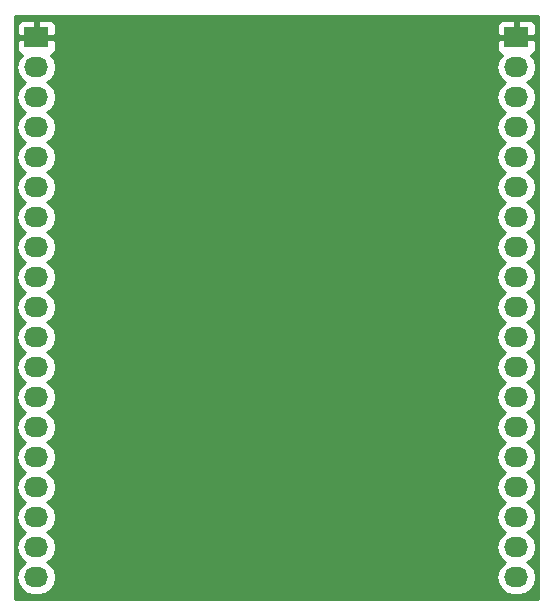
<source format=gbr>
G04 #@! TF.FileFunction,Copper,L1,Top,Signal*
%FSLAX46Y46*%
G04 Gerber Fmt 4.6, Leading zero omitted, Abs format (unit mm)*
G04 Created by KiCad (PCBNEW 4.0.3+e1-6302~38~ubuntu16.04.1-stable) date Tue Aug 16 18:58:03 2016*
%MOMM*%
%LPD*%
G01*
G04 APERTURE LIST*
%ADD10C,0.100000*%
%ADD11R,2.032000X1.727200*%
%ADD12O,2.032000X1.727200*%
%ADD13C,0.254000*%
G04 APERTURE END LIST*
D10*
D11*
X107950000Y-105410000D03*
D12*
X107950000Y-107950000D03*
X107950000Y-110490000D03*
X107950000Y-113030000D03*
X107950000Y-115570000D03*
X107950000Y-118110000D03*
X107950000Y-120650000D03*
X107950000Y-123190000D03*
X107950000Y-125730000D03*
X107950000Y-128270000D03*
X107950000Y-130810000D03*
X107950000Y-133350000D03*
X107950000Y-135890000D03*
X107950000Y-138430000D03*
X107950000Y-140970000D03*
X107950000Y-143510000D03*
X107950000Y-146050000D03*
X107950000Y-148590000D03*
X107950000Y-151130000D03*
D11*
X148590000Y-105410000D03*
D12*
X148590000Y-107950000D03*
X148590000Y-110490000D03*
X148590000Y-113030000D03*
X148590000Y-115570000D03*
X148590000Y-118110000D03*
X148590000Y-120650000D03*
X148590000Y-123190000D03*
X148590000Y-125730000D03*
X148590000Y-128270000D03*
X148590000Y-130810000D03*
X148590000Y-133350000D03*
X148590000Y-135890000D03*
X148590000Y-138430000D03*
X148590000Y-140970000D03*
X148590000Y-143510000D03*
X148590000Y-146050000D03*
X148590000Y-148590000D03*
X148590000Y-151130000D03*
D13*
G36*
X150420000Y-152960000D02*
X106120000Y-152960000D01*
X106120000Y-107950000D01*
X106266655Y-107950000D01*
X106380729Y-108523489D01*
X106705585Y-109009670D01*
X107020366Y-109220000D01*
X106705585Y-109430330D01*
X106380729Y-109916511D01*
X106266655Y-110490000D01*
X106380729Y-111063489D01*
X106705585Y-111549670D01*
X107020366Y-111760000D01*
X106705585Y-111970330D01*
X106380729Y-112456511D01*
X106266655Y-113030000D01*
X106380729Y-113603489D01*
X106705585Y-114089670D01*
X107020366Y-114300000D01*
X106705585Y-114510330D01*
X106380729Y-114996511D01*
X106266655Y-115570000D01*
X106380729Y-116143489D01*
X106705585Y-116629670D01*
X107020366Y-116840000D01*
X106705585Y-117050330D01*
X106380729Y-117536511D01*
X106266655Y-118110000D01*
X106380729Y-118683489D01*
X106705585Y-119169670D01*
X107020366Y-119380000D01*
X106705585Y-119590330D01*
X106380729Y-120076511D01*
X106266655Y-120650000D01*
X106380729Y-121223489D01*
X106705585Y-121709670D01*
X107020366Y-121920000D01*
X106705585Y-122130330D01*
X106380729Y-122616511D01*
X106266655Y-123190000D01*
X106380729Y-123763489D01*
X106705585Y-124249670D01*
X107020366Y-124460000D01*
X106705585Y-124670330D01*
X106380729Y-125156511D01*
X106266655Y-125730000D01*
X106380729Y-126303489D01*
X106705585Y-126789670D01*
X107020366Y-127000000D01*
X106705585Y-127210330D01*
X106380729Y-127696511D01*
X106266655Y-128270000D01*
X106380729Y-128843489D01*
X106705585Y-129329670D01*
X107020366Y-129540000D01*
X106705585Y-129750330D01*
X106380729Y-130236511D01*
X106266655Y-130810000D01*
X106380729Y-131383489D01*
X106705585Y-131869670D01*
X107020366Y-132080000D01*
X106705585Y-132290330D01*
X106380729Y-132776511D01*
X106266655Y-133350000D01*
X106380729Y-133923489D01*
X106705585Y-134409670D01*
X107020366Y-134620000D01*
X106705585Y-134830330D01*
X106380729Y-135316511D01*
X106266655Y-135890000D01*
X106380729Y-136463489D01*
X106705585Y-136949670D01*
X107020366Y-137160000D01*
X106705585Y-137370330D01*
X106380729Y-137856511D01*
X106266655Y-138430000D01*
X106380729Y-139003489D01*
X106705585Y-139489670D01*
X107020366Y-139700000D01*
X106705585Y-139910330D01*
X106380729Y-140396511D01*
X106266655Y-140970000D01*
X106380729Y-141543489D01*
X106705585Y-142029670D01*
X107020366Y-142240000D01*
X106705585Y-142450330D01*
X106380729Y-142936511D01*
X106266655Y-143510000D01*
X106380729Y-144083489D01*
X106705585Y-144569670D01*
X107020366Y-144780000D01*
X106705585Y-144990330D01*
X106380729Y-145476511D01*
X106266655Y-146050000D01*
X106380729Y-146623489D01*
X106705585Y-147109670D01*
X107020366Y-147320000D01*
X106705585Y-147530330D01*
X106380729Y-148016511D01*
X106266655Y-148590000D01*
X106380729Y-149163489D01*
X106705585Y-149649670D01*
X107020366Y-149860000D01*
X106705585Y-150070330D01*
X106380729Y-150556511D01*
X106266655Y-151130000D01*
X106380729Y-151703489D01*
X106705585Y-152189670D01*
X107191766Y-152514526D01*
X107765255Y-152628600D01*
X108134745Y-152628600D01*
X108708234Y-152514526D01*
X109194415Y-152189670D01*
X109519271Y-151703489D01*
X109633345Y-151130000D01*
X109519271Y-150556511D01*
X109194415Y-150070330D01*
X108879634Y-149860000D01*
X109194415Y-149649670D01*
X109519271Y-149163489D01*
X109633345Y-148590000D01*
X109519271Y-148016511D01*
X109194415Y-147530330D01*
X108879634Y-147320000D01*
X109194415Y-147109670D01*
X109519271Y-146623489D01*
X109633345Y-146050000D01*
X109519271Y-145476511D01*
X109194415Y-144990330D01*
X108879634Y-144780000D01*
X109194415Y-144569670D01*
X109519271Y-144083489D01*
X109633345Y-143510000D01*
X109519271Y-142936511D01*
X109194415Y-142450330D01*
X108879634Y-142240000D01*
X109194415Y-142029670D01*
X109519271Y-141543489D01*
X109633345Y-140970000D01*
X109519271Y-140396511D01*
X109194415Y-139910330D01*
X108879634Y-139700000D01*
X109194415Y-139489670D01*
X109519271Y-139003489D01*
X109633345Y-138430000D01*
X109519271Y-137856511D01*
X109194415Y-137370330D01*
X108879634Y-137160000D01*
X109194415Y-136949670D01*
X109519271Y-136463489D01*
X109633345Y-135890000D01*
X109519271Y-135316511D01*
X109194415Y-134830330D01*
X108879634Y-134620000D01*
X109194415Y-134409670D01*
X109519271Y-133923489D01*
X109633345Y-133350000D01*
X109519271Y-132776511D01*
X109194415Y-132290330D01*
X108879634Y-132080000D01*
X109194415Y-131869670D01*
X109519271Y-131383489D01*
X109633345Y-130810000D01*
X109519271Y-130236511D01*
X109194415Y-129750330D01*
X108879634Y-129540000D01*
X109194415Y-129329670D01*
X109519271Y-128843489D01*
X109633345Y-128270000D01*
X109519271Y-127696511D01*
X109194415Y-127210330D01*
X108879634Y-127000000D01*
X109194415Y-126789670D01*
X109519271Y-126303489D01*
X109633345Y-125730000D01*
X109519271Y-125156511D01*
X109194415Y-124670330D01*
X108879634Y-124460000D01*
X109194415Y-124249670D01*
X109519271Y-123763489D01*
X109633345Y-123190000D01*
X109519271Y-122616511D01*
X109194415Y-122130330D01*
X108879634Y-121920000D01*
X109194415Y-121709670D01*
X109519271Y-121223489D01*
X109633345Y-120650000D01*
X109519271Y-120076511D01*
X109194415Y-119590330D01*
X108879634Y-119380000D01*
X109194415Y-119169670D01*
X109519271Y-118683489D01*
X109633345Y-118110000D01*
X109519271Y-117536511D01*
X109194415Y-117050330D01*
X108879634Y-116840000D01*
X109194415Y-116629670D01*
X109519271Y-116143489D01*
X109633345Y-115570000D01*
X109519271Y-114996511D01*
X109194415Y-114510330D01*
X108879634Y-114300000D01*
X109194415Y-114089670D01*
X109519271Y-113603489D01*
X109633345Y-113030000D01*
X109519271Y-112456511D01*
X109194415Y-111970330D01*
X108879634Y-111760000D01*
X109194415Y-111549670D01*
X109519271Y-111063489D01*
X109633345Y-110490000D01*
X109519271Y-109916511D01*
X109194415Y-109430330D01*
X108879634Y-109220000D01*
X109194415Y-109009670D01*
X109519271Y-108523489D01*
X109633345Y-107950000D01*
X146906655Y-107950000D01*
X147020729Y-108523489D01*
X147345585Y-109009670D01*
X147660366Y-109220000D01*
X147345585Y-109430330D01*
X147020729Y-109916511D01*
X146906655Y-110490000D01*
X147020729Y-111063489D01*
X147345585Y-111549670D01*
X147660366Y-111760000D01*
X147345585Y-111970330D01*
X147020729Y-112456511D01*
X146906655Y-113030000D01*
X147020729Y-113603489D01*
X147345585Y-114089670D01*
X147660366Y-114300000D01*
X147345585Y-114510330D01*
X147020729Y-114996511D01*
X146906655Y-115570000D01*
X147020729Y-116143489D01*
X147345585Y-116629670D01*
X147660366Y-116840000D01*
X147345585Y-117050330D01*
X147020729Y-117536511D01*
X146906655Y-118110000D01*
X147020729Y-118683489D01*
X147345585Y-119169670D01*
X147660366Y-119380000D01*
X147345585Y-119590330D01*
X147020729Y-120076511D01*
X146906655Y-120650000D01*
X147020729Y-121223489D01*
X147345585Y-121709670D01*
X147660366Y-121920000D01*
X147345585Y-122130330D01*
X147020729Y-122616511D01*
X146906655Y-123190000D01*
X147020729Y-123763489D01*
X147345585Y-124249670D01*
X147660366Y-124460000D01*
X147345585Y-124670330D01*
X147020729Y-125156511D01*
X146906655Y-125730000D01*
X147020729Y-126303489D01*
X147345585Y-126789670D01*
X147660366Y-127000000D01*
X147345585Y-127210330D01*
X147020729Y-127696511D01*
X146906655Y-128270000D01*
X147020729Y-128843489D01*
X147345585Y-129329670D01*
X147660366Y-129540000D01*
X147345585Y-129750330D01*
X147020729Y-130236511D01*
X146906655Y-130810000D01*
X147020729Y-131383489D01*
X147345585Y-131869670D01*
X147660366Y-132080000D01*
X147345585Y-132290330D01*
X147020729Y-132776511D01*
X146906655Y-133350000D01*
X147020729Y-133923489D01*
X147345585Y-134409670D01*
X147660366Y-134620000D01*
X147345585Y-134830330D01*
X147020729Y-135316511D01*
X146906655Y-135890000D01*
X147020729Y-136463489D01*
X147345585Y-136949670D01*
X147660366Y-137160000D01*
X147345585Y-137370330D01*
X147020729Y-137856511D01*
X146906655Y-138430000D01*
X147020729Y-139003489D01*
X147345585Y-139489670D01*
X147660366Y-139700000D01*
X147345585Y-139910330D01*
X147020729Y-140396511D01*
X146906655Y-140970000D01*
X147020729Y-141543489D01*
X147345585Y-142029670D01*
X147660366Y-142240000D01*
X147345585Y-142450330D01*
X147020729Y-142936511D01*
X146906655Y-143510000D01*
X147020729Y-144083489D01*
X147345585Y-144569670D01*
X147660366Y-144780000D01*
X147345585Y-144990330D01*
X147020729Y-145476511D01*
X146906655Y-146050000D01*
X147020729Y-146623489D01*
X147345585Y-147109670D01*
X147660366Y-147320000D01*
X147345585Y-147530330D01*
X147020729Y-148016511D01*
X146906655Y-148590000D01*
X147020729Y-149163489D01*
X147345585Y-149649670D01*
X147660366Y-149860000D01*
X147345585Y-150070330D01*
X147020729Y-150556511D01*
X146906655Y-151130000D01*
X147020729Y-151703489D01*
X147345585Y-152189670D01*
X147831766Y-152514526D01*
X148405255Y-152628600D01*
X148774745Y-152628600D01*
X149348234Y-152514526D01*
X149834415Y-152189670D01*
X150159271Y-151703489D01*
X150273345Y-151130000D01*
X150159271Y-150556511D01*
X149834415Y-150070330D01*
X149519634Y-149860000D01*
X149834415Y-149649670D01*
X150159271Y-149163489D01*
X150273345Y-148590000D01*
X150159271Y-148016511D01*
X149834415Y-147530330D01*
X149519634Y-147320000D01*
X149834415Y-147109670D01*
X150159271Y-146623489D01*
X150273345Y-146050000D01*
X150159271Y-145476511D01*
X149834415Y-144990330D01*
X149519634Y-144780000D01*
X149834415Y-144569670D01*
X150159271Y-144083489D01*
X150273345Y-143510000D01*
X150159271Y-142936511D01*
X149834415Y-142450330D01*
X149519634Y-142240000D01*
X149834415Y-142029670D01*
X150159271Y-141543489D01*
X150273345Y-140970000D01*
X150159271Y-140396511D01*
X149834415Y-139910330D01*
X149519634Y-139700000D01*
X149834415Y-139489670D01*
X150159271Y-139003489D01*
X150273345Y-138430000D01*
X150159271Y-137856511D01*
X149834415Y-137370330D01*
X149519634Y-137160000D01*
X149834415Y-136949670D01*
X150159271Y-136463489D01*
X150273345Y-135890000D01*
X150159271Y-135316511D01*
X149834415Y-134830330D01*
X149519634Y-134620000D01*
X149834415Y-134409670D01*
X150159271Y-133923489D01*
X150273345Y-133350000D01*
X150159271Y-132776511D01*
X149834415Y-132290330D01*
X149519634Y-132080000D01*
X149834415Y-131869670D01*
X150159271Y-131383489D01*
X150273345Y-130810000D01*
X150159271Y-130236511D01*
X149834415Y-129750330D01*
X149519634Y-129540000D01*
X149834415Y-129329670D01*
X150159271Y-128843489D01*
X150273345Y-128270000D01*
X150159271Y-127696511D01*
X149834415Y-127210330D01*
X149519634Y-127000000D01*
X149834415Y-126789670D01*
X150159271Y-126303489D01*
X150273345Y-125730000D01*
X150159271Y-125156511D01*
X149834415Y-124670330D01*
X149519634Y-124460000D01*
X149834415Y-124249670D01*
X150159271Y-123763489D01*
X150273345Y-123190000D01*
X150159271Y-122616511D01*
X149834415Y-122130330D01*
X149519634Y-121920000D01*
X149834415Y-121709670D01*
X150159271Y-121223489D01*
X150273345Y-120650000D01*
X150159271Y-120076511D01*
X149834415Y-119590330D01*
X149519634Y-119380000D01*
X149834415Y-119169670D01*
X150159271Y-118683489D01*
X150273345Y-118110000D01*
X150159271Y-117536511D01*
X149834415Y-117050330D01*
X149519634Y-116840000D01*
X149834415Y-116629670D01*
X150159271Y-116143489D01*
X150273345Y-115570000D01*
X150159271Y-114996511D01*
X149834415Y-114510330D01*
X149519634Y-114300000D01*
X149834415Y-114089670D01*
X150159271Y-113603489D01*
X150273345Y-113030000D01*
X150159271Y-112456511D01*
X149834415Y-111970330D01*
X149519634Y-111760000D01*
X149834415Y-111549670D01*
X150159271Y-111063489D01*
X150273345Y-110490000D01*
X150159271Y-109916511D01*
X149834415Y-109430330D01*
X149519634Y-109220000D01*
X149834415Y-109009670D01*
X150159271Y-108523489D01*
X150273345Y-107950000D01*
X150159271Y-107376511D01*
X149834415Y-106890330D01*
X149812220Y-106875500D01*
X149965699Y-106811927D01*
X150144327Y-106633298D01*
X150241000Y-106399909D01*
X150241000Y-105695750D01*
X150082250Y-105537000D01*
X148717000Y-105537000D01*
X148717000Y-105557000D01*
X148463000Y-105557000D01*
X148463000Y-105537000D01*
X147097750Y-105537000D01*
X146939000Y-105695750D01*
X146939000Y-106399909D01*
X147035673Y-106633298D01*
X147214301Y-106811927D01*
X147367780Y-106875500D01*
X147345585Y-106890330D01*
X147020729Y-107376511D01*
X146906655Y-107950000D01*
X109633345Y-107950000D01*
X109519271Y-107376511D01*
X109194415Y-106890330D01*
X109172220Y-106875500D01*
X109325699Y-106811927D01*
X109504327Y-106633298D01*
X109601000Y-106399909D01*
X109601000Y-105695750D01*
X109442250Y-105537000D01*
X108077000Y-105537000D01*
X108077000Y-105557000D01*
X107823000Y-105557000D01*
X107823000Y-105537000D01*
X106457750Y-105537000D01*
X106299000Y-105695750D01*
X106299000Y-106399909D01*
X106395673Y-106633298D01*
X106574301Y-106811927D01*
X106727780Y-106875500D01*
X106705585Y-106890330D01*
X106380729Y-107376511D01*
X106266655Y-107950000D01*
X106120000Y-107950000D01*
X106120000Y-104420091D01*
X106299000Y-104420091D01*
X106299000Y-105124250D01*
X106457750Y-105283000D01*
X107823000Y-105283000D01*
X107823000Y-104070150D01*
X108077000Y-104070150D01*
X108077000Y-105283000D01*
X109442250Y-105283000D01*
X109601000Y-105124250D01*
X109601000Y-104420091D01*
X146939000Y-104420091D01*
X146939000Y-105124250D01*
X147097750Y-105283000D01*
X148463000Y-105283000D01*
X148463000Y-104070150D01*
X148717000Y-104070150D01*
X148717000Y-105283000D01*
X150082250Y-105283000D01*
X150241000Y-105124250D01*
X150241000Y-104420091D01*
X150144327Y-104186702D01*
X149965699Y-104008073D01*
X149732310Y-103911400D01*
X148875750Y-103911400D01*
X148717000Y-104070150D01*
X148463000Y-104070150D01*
X148304250Y-103911400D01*
X147447690Y-103911400D01*
X147214301Y-104008073D01*
X147035673Y-104186702D01*
X146939000Y-104420091D01*
X109601000Y-104420091D01*
X109504327Y-104186702D01*
X109325699Y-104008073D01*
X109092310Y-103911400D01*
X108235750Y-103911400D01*
X108077000Y-104070150D01*
X107823000Y-104070150D01*
X107664250Y-103911400D01*
X106807690Y-103911400D01*
X106574301Y-104008073D01*
X106395673Y-104186702D01*
X106299000Y-104420091D01*
X106120000Y-104420091D01*
X106120000Y-103580000D01*
X150420000Y-103580000D01*
X150420000Y-152960000D01*
X150420000Y-152960000D01*
G37*
X150420000Y-152960000D02*
X106120000Y-152960000D01*
X106120000Y-107950000D01*
X106266655Y-107950000D01*
X106380729Y-108523489D01*
X106705585Y-109009670D01*
X107020366Y-109220000D01*
X106705585Y-109430330D01*
X106380729Y-109916511D01*
X106266655Y-110490000D01*
X106380729Y-111063489D01*
X106705585Y-111549670D01*
X107020366Y-111760000D01*
X106705585Y-111970330D01*
X106380729Y-112456511D01*
X106266655Y-113030000D01*
X106380729Y-113603489D01*
X106705585Y-114089670D01*
X107020366Y-114300000D01*
X106705585Y-114510330D01*
X106380729Y-114996511D01*
X106266655Y-115570000D01*
X106380729Y-116143489D01*
X106705585Y-116629670D01*
X107020366Y-116840000D01*
X106705585Y-117050330D01*
X106380729Y-117536511D01*
X106266655Y-118110000D01*
X106380729Y-118683489D01*
X106705585Y-119169670D01*
X107020366Y-119380000D01*
X106705585Y-119590330D01*
X106380729Y-120076511D01*
X106266655Y-120650000D01*
X106380729Y-121223489D01*
X106705585Y-121709670D01*
X107020366Y-121920000D01*
X106705585Y-122130330D01*
X106380729Y-122616511D01*
X106266655Y-123190000D01*
X106380729Y-123763489D01*
X106705585Y-124249670D01*
X107020366Y-124460000D01*
X106705585Y-124670330D01*
X106380729Y-125156511D01*
X106266655Y-125730000D01*
X106380729Y-126303489D01*
X106705585Y-126789670D01*
X107020366Y-127000000D01*
X106705585Y-127210330D01*
X106380729Y-127696511D01*
X106266655Y-128270000D01*
X106380729Y-128843489D01*
X106705585Y-129329670D01*
X107020366Y-129540000D01*
X106705585Y-129750330D01*
X106380729Y-130236511D01*
X106266655Y-130810000D01*
X106380729Y-131383489D01*
X106705585Y-131869670D01*
X107020366Y-132080000D01*
X106705585Y-132290330D01*
X106380729Y-132776511D01*
X106266655Y-133350000D01*
X106380729Y-133923489D01*
X106705585Y-134409670D01*
X107020366Y-134620000D01*
X106705585Y-134830330D01*
X106380729Y-135316511D01*
X106266655Y-135890000D01*
X106380729Y-136463489D01*
X106705585Y-136949670D01*
X107020366Y-137160000D01*
X106705585Y-137370330D01*
X106380729Y-137856511D01*
X106266655Y-138430000D01*
X106380729Y-139003489D01*
X106705585Y-139489670D01*
X107020366Y-139700000D01*
X106705585Y-139910330D01*
X106380729Y-140396511D01*
X106266655Y-140970000D01*
X106380729Y-141543489D01*
X106705585Y-142029670D01*
X107020366Y-142240000D01*
X106705585Y-142450330D01*
X106380729Y-142936511D01*
X106266655Y-143510000D01*
X106380729Y-144083489D01*
X106705585Y-144569670D01*
X107020366Y-144780000D01*
X106705585Y-144990330D01*
X106380729Y-145476511D01*
X106266655Y-146050000D01*
X106380729Y-146623489D01*
X106705585Y-147109670D01*
X107020366Y-147320000D01*
X106705585Y-147530330D01*
X106380729Y-148016511D01*
X106266655Y-148590000D01*
X106380729Y-149163489D01*
X106705585Y-149649670D01*
X107020366Y-149860000D01*
X106705585Y-150070330D01*
X106380729Y-150556511D01*
X106266655Y-151130000D01*
X106380729Y-151703489D01*
X106705585Y-152189670D01*
X107191766Y-152514526D01*
X107765255Y-152628600D01*
X108134745Y-152628600D01*
X108708234Y-152514526D01*
X109194415Y-152189670D01*
X109519271Y-151703489D01*
X109633345Y-151130000D01*
X109519271Y-150556511D01*
X109194415Y-150070330D01*
X108879634Y-149860000D01*
X109194415Y-149649670D01*
X109519271Y-149163489D01*
X109633345Y-148590000D01*
X109519271Y-148016511D01*
X109194415Y-147530330D01*
X108879634Y-147320000D01*
X109194415Y-147109670D01*
X109519271Y-146623489D01*
X109633345Y-146050000D01*
X109519271Y-145476511D01*
X109194415Y-144990330D01*
X108879634Y-144780000D01*
X109194415Y-144569670D01*
X109519271Y-144083489D01*
X109633345Y-143510000D01*
X109519271Y-142936511D01*
X109194415Y-142450330D01*
X108879634Y-142240000D01*
X109194415Y-142029670D01*
X109519271Y-141543489D01*
X109633345Y-140970000D01*
X109519271Y-140396511D01*
X109194415Y-139910330D01*
X108879634Y-139700000D01*
X109194415Y-139489670D01*
X109519271Y-139003489D01*
X109633345Y-138430000D01*
X109519271Y-137856511D01*
X109194415Y-137370330D01*
X108879634Y-137160000D01*
X109194415Y-136949670D01*
X109519271Y-136463489D01*
X109633345Y-135890000D01*
X109519271Y-135316511D01*
X109194415Y-134830330D01*
X108879634Y-134620000D01*
X109194415Y-134409670D01*
X109519271Y-133923489D01*
X109633345Y-133350000D01*
X109519271Y-132776511D01*
X109194415Y-132290330D01*
X108879634Y-132080000D01*
X109194415Y-131869670D01*
X109519271Y-131383489D01*
X109633345Y-130810000D01*
X109519271Y-130236511D01*
X109194415Y-129750330D01*
X108879634Y-129540000D01*
X109194415Y-129329670D01*
X109519271Y-128843489D01*
X109633345Y-128270000D01*
X109519271Y-127696511D01*
X109194415Y-127210330D01*
X108879634Y-127000000D01*
X109194415Y-126789670D01*
X109519271Y-126303489D01*
X109633345Y-125730000D01*
X109519271Y-125156511D01*
X109194415Y-124670330D01*
X108879634Y-124460000D01*
X109194415Y-124249670D01*
X109519271Y-123763489D01*
X109633345Y-123190000D01*
X109519271Y-122616511D01*
X109194415Y-122130330D01*
X108879634Y-121920000D01*
X109194415Y-121709670D01*
X109519271Y-121223489D01*
X109633345Y-120650000D01*
X109519271Y-120076511D01*
X109194415Y-119590330D01*
X108879634Y-119380000D01*
X109194415Y-119169670D01*
X109519271Y-118683489D01*
X109633345Y-118110000D01*
X109519271Y-117536511D01*
X109194415Y-117050330D01*
X108879634Y-116840000D01*
X109194415Y-116629670D01*
X109519271Y-116143489D01*
X109633345Y-115570000D01*
X109519271Y-114996511D01*
X109194415Y-114510330D01*
X108879634Y-114300000D01*
X109194415Y-114089670D01*
X109519271Y-113603489D01*
X109633345Y-113030000D01*
X109519271Y-112456511D01*
X109194415Y-111970330D01*
X108879634Y-111760000D01*
X109194415Y-111549670D01*
X109519271Y-111063489D01*
X109633345Y-110490000D01*
X109519271Y-109916511D01*
X109194415Y-109430330D01*
X108879634Y-109220000D01*
X109194415Y-109009670D01*
X109519271Y-108523489D01*
X109633345Y-107950000D01*
X146906655Y-107950000D01*
X147020729Y-108523489D01*
X147345585Y-109009670D01*
X147660366Y-109220000D01*
X147345585Y-109430330D01*
X147020729Y-109916511D01*
X146906655Y-110490000D01*
X147020729Y-111063489D01*
X147345585Y-111549670D01*
X147660366Y-111760000D01*
X147345585Y-111970330D01*
X147020729Y-112456511D01*
X146906655Y-113030000D01*
X147020729Y-113603489D01*
X147345585Y-114089670D01*
X147660366Y-114300000D01*
X147345585Y-114510330D01*
X147020729Y-114996511D01*
X146906655Y-115570000D01*
X147020729Y-116143489D01*
X147345585Y-116629670D01*
X147660366Y-116840000D01*
X147345585Y-117050330D01*
X147020729Y-117536511D01*
X146906655Y-118110000D01*
X147020729Y-118683489D01*
X147345585Y-119169670D01*
X147660366Y-119380000D01*
X147345585Y-119590330D01*
X147020729Y-120076511D01*
X146906655Y-120650000D01*
X147020729Y-121223489D01*
X147345585Y-121709670D01*
X147660366Y-121920000D01*
X147345585Y-122130330D01*
X147020729Y-122616511D01*
X146906655Y-123190000D01*
X147020729Y-123763489D01*
X147345585Y-124249670D01*
X147660366Y-124460000D01*
X147345585Y-124670330D01*
X147020729Y-125156511D01*
X146906655Y-125730000D01*
X147020729Y-126303489D01*
X147345585Y-126789670D01*
X147660366Y-127000000D01*
X147345585Y-127210330D01*
X147020729Y-127696511D01*
X146906655Y-128270000D01*
X147020729Y-128843489D01*
X147345585Y-129329670D01*
X147660366Y-129540000D01*
X147345585Y-129750330D01*
X147020729Y-130236511D01*
X146906655Y-130810000D01*
X147020729Y-131383489D01*
X147345585Y-131869670D01*
X147660366Y-132080000D01*
X147345585Y-132290330D01*
X147020729Y-132776511D01*
X146906655Y-133350000D01*
X147020729Y-133923489D01*
X147345585Y-134409670D01*
X147660366Y-134620000D01*
X147345585Y-134830330D01*
X147020729Y-135316511D01*
X146906655Y-135890000D01*
X147020729Y-136463489D01*
X147345585Y-136949670D01*
X147660366Y-137160000D01*
X147345585Y-137370330D01*
X147020729Y-137856511D01*
X146906655Y-138430000D01*
X147020729Y-139003489D01*
X147345585Y-139489670D01*
X147660366Y-139700000D01*
X147345585Y-139910330D01*
X147020729Y-140396511D01*
X146906655Y-140970000D01*
X147020729Y-141543489D01*
X147345585Y-142029670D01*
X147660366Y-142240000D01*
X147345585Y-142450330D01*
X147020729Y-142936511D01*
X146906655Y-143510000D01*
X147020729Y-144083489D01*
X147345585Y-144569670D01*
X147660366Y-144780000D01*
X147345585Y-144990330D01*
X147020729Y-145476511D01*
X146906655Y-146050000D01*
X147020729Y-146623489D01*
X147345585Y-147109670D01*
X147660366Y-147320000D01*
X147345585Y-147530330D01*
X147020729Y-148016511D01*
X146906655Y-148590000D01*
X147020729Y-149163489D01*
X147345585Y-149649670D01*
X147660366Y-149860000D01*
X147345585Y-150070330D01*
X147020729Y-150556511D01*
X146906655Y-151130000D01*
X147020729Y-151703489D01*
X147345585Y-152189670D01*
X147831766Y-152514526D01*
X148405255Y-152628600D01*
X148774745Y-152628600D01*
X149348234Y-152514526D01*
X149834415Y-152189670D01*
X150159271Y-151703489D01*
X150273345Y-151130000D01*
X150159271Y-150556511D01*
X149834415Y-150070330D01*
X149519634Y-149860000D01*
X149834415Y-149649670D01*
X150159271Y-149163489D01*
X150273345Y-148590000D01*
X150159271Y-148016511D01*
X149834415Y-147530330D01*
X149519634Y-147320000D01*
X149834415Y-147109670D01*
X150159271Y-146623489D01*
X150273345Y-146050000D01*
X150159271Y-145476511D01*
X149834415Y-144990330D01*
X149519634Y-144780000D01*
X149834415Y-144569670D01*
X150159271Y-144083489D01*
X150273345Y-143510000D01*
X150159271Y-142936511D01*
X149834415Y-142450330D01*
X149519634Y-142240000D01*
X149834415Y-142029670D01*
X150159271Y-141543489D01*
X150273345Y-140970000D01*
X150159271Y-140396511D01*
X149834415Y-139910330D01*
X149519634Y-139700000D01*
X149834415Y-139489670D01*
X150159271Y-139003489D01*
X150273345Y-138430000D01*
X150159271Y-137856511D01*
X149834415Y-137370330D01*
X149519634Y-137160000D01*
X149834415Y-136949670D01*
X150159271Y-136463489D01*
X150273345Y-135890000D01*
X150159271Y-135316511D01*
X149834415Y-134830330D01*
X149519634Y-134620000D01*
X149834415Y-134409670D01*
X150159271Y-133923489D01*
X150273345Y-133350000D01*
X150159271Y-132776511D01*
X149834415Y-132290330D01*
X149519634Y-132080000D01*
X149834415Y-131869670D01*
X150159271Y-131383489D01*
X150273345Y-130810000D01*
X150159271Y-130236511D01*
X149834415Y-129750330D01*
X149519634Y-129540000D01*
X149834415Y-129329670D01*
X150159271Y-128843489D01*
X150273345Y-128270000D01*
X150159271Y-127696511D01*
X149834415Y-127210330D01*
X149519634Y-127000000D01*
X149834415Y-126789670D01*
X150159271Y-126303489D01*
X150273345Y-125730000D01*
X150159271Y-125156511D01*
X149834415Y-124670330D01*
X149519634Y-124460000D01*
X149834415Y-124249670D01*
X150159271Y-123763489D01*
X150273345Y-123190000D01*
X150159271Y-122616511D01*
X149834415Y-122130330D01*
X149519634Y-121920000D01*
X149834415Y-121709670D01*
X150159271Y-121223489D01*
X150273345Y-120650000D01*
X150159271Y-120076511D01*
X149834415Y-119590330D01*
X149519634Y-119380000D01*
X149834415Y-119169670D01*
X150159271Y-118683489D01*
X150273345Y-118110000D01*
X150159271Y-117536511D01*
X149834415Y-117050330D01*
X149519634Y-116840000D01*
X149834415Y-116629670D01*
X150159271Y-116143489D01*
X150273345Y-115570000D01*
X150159271Y-114996511D01*
X149834415Y-114510330D01*
X149519634Y-114300000D01*
X149834415Y-114089670D01*
X150159271Y-113603489D01*
X150273345Y-113030000D01*
X150159271Y-112456511D01*
X149834415Y-111970330D01*
X149519634Y-111760000D01*
X149834415Y-111549670D01*
X150159271Y-111063489D01*
X150273345Y-110490000D01*
X150159271Y-109916511D01*
X149834415Y-109430330D01*
X149519634Y-109220000D01*
X149834415Y-109009670D01*
X150159271Y-108523489D01*
X150273345Y-107950000D01*
X150159271Y-107376511D01*
X149834415Y-106890330D01*
X149812220Y-106875500D01*
X149965699Y-106811927D01*
X150144327Y-106633298D01*
X150241000Y-106399909D01*
X150241000Y-105695750D01*
X150082250Y-105537000D01*
X148717000Y-105537000D01*
X148717000Y-105557000D01*
X148463000Y-105557000D01*
X148463000Y-105537000D01*
X147097750Y-105537000D01*
X146939000Y-105695750D01*
X146939000Y-106399909D01*
X147035673Y-106633298D01*
X147214301Y-106811927D01*
X147367780Y-106875500D01*
X147345585Y-106890330D01*
X147020729Y-107376511D01*
X146906655Y-107950000D01*
X109633345Y-107950000D01*
X109519271Y-107376511D01*
X109194415Y-106890330D01*
X109172220Y-106875500D01*
X109325699Y-106811927D01*
X109504327Y-106633298D01*
X109601000Y-106399909D01*
X109601000Y-105695750D01*
X109442250Y-105537000D01*
X108077000Y-105537000D01*
X108077000Y-105557000D01*
X107823000Y-105557000D01*
X107823000Y-105537000D01*
X106457750Y-105537000D01*
X106299000Y-105695750D01*
X106299000Y-106399909D01*
X106395673Y-106633298D01*
X106574301Y-106811927D01*
X106727780Y-106875500D01*
X106705585Y-106890330D01*
X106380729Y-107376511D01*
X106266655Y-107950000D01*
X106120000Y-107950000D01*
X106120000Y-104420091D01*
X106299000Y-104420091D01*
X106299000Y-105124250D01*
X106457750Y-105283000D01*
X107823000Y-105283000D01*
X107823000Y-104070150D01*
X108077000Y-104070150D01*
X108077000Y-105283000D01*
X109442250Y-105283000D01*
X109601000Y-105124250D01*
X109601000Y-104420091D01*
X146939000Y-104420091D01*
X146939000Y-105124250D01*
X147097750Y-105283000D01*
X148463000Y-105283000D01*
X148463000Y-104070150D01*
X148717000Y-104070150D01*
X148717000Y-105283000D01*
X150082250Y-105283000D01*
X150241000Y-105124250D01*
X150241000Y-104420091D01*
X150144327Y-104186702D01*
X149965699Y-104008073D01*
X149732310Y-103911400D01*
X148875750Y-103911400D01*
X148717000Y-104070150D01*
X148463000Y-104070150D01*
X148304250Y-103911400D01*
X147447690Y-103911400D01*
X147214301Y-104008073D01*
X147035673Y-104186702D01*
X146939000Y-104420091D01*
X109601000Y-104420091D01*
X109504327Y-104186702D01*
X109325699Y-104008073D01*
X109092310Y-103911400D01*
X108235750Y-103911400D01*
X108077000Y-104070150D01*
X107823000Y-104070150D01*
X107664250Y-103911400D01*
X106807690Y-103911400D01*
X106574301Y-104008073D01*
X106395673Y-104186702D01*
X106299000Y-104420091D01*
X106120000Y-104420091D01*
X106120000Y-103580000D01*
X150420000Y-103580000D01*
X150420000Y-152960000D01*
M02*

</source>
